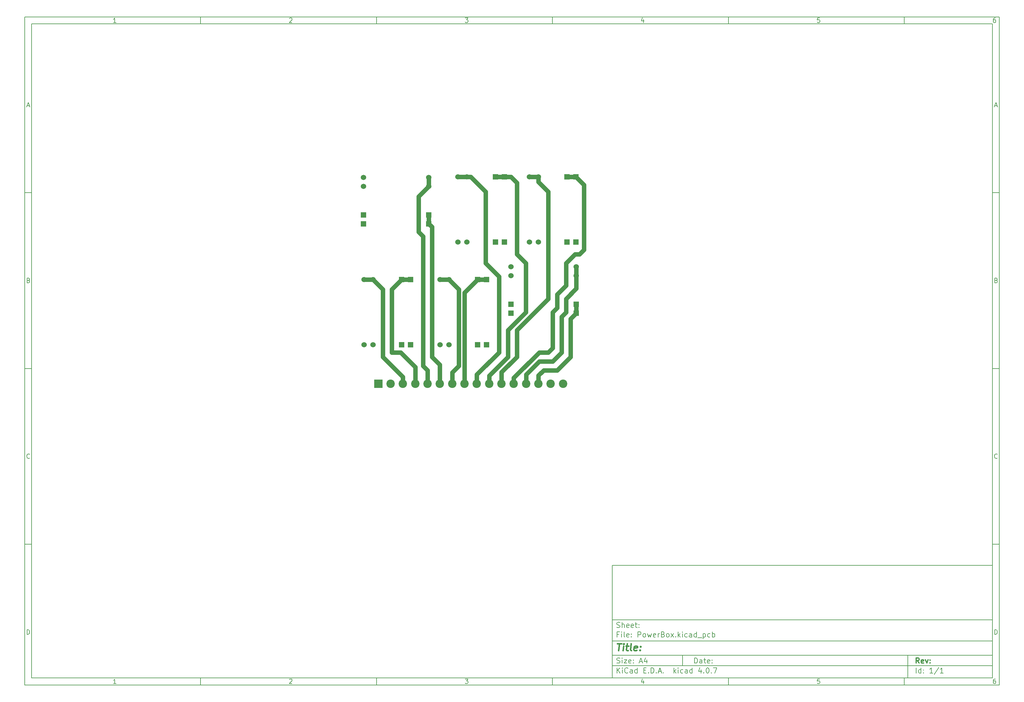
<source format=gbl>
G04 #@! TF.FileFunction,Copper,L2,Bot,Signal*
%FSLAX46Y46*%
G04 Gerber Fmt 4.6, Leading zero omitted, Abs format (unit mm)*
G04 Created by KiCad (PCBNEW 4.0.7) date 09/30/17 17:29:36*
%MOMM*%
%LPD*%
G01*
G04 APERTURE LIST*
%ADD10C,0.100000*%
%ADD11C,0.150000*%
%ADD12C,0.300000*%
%ADD13C,0.400000*%
%ADD14R,2.400000X2.400000*%
%ADD15C,2.400000*%
%ADD16C,1.524000*%
%ADD17R,1.524000X1.524000*%
%ADD18C,1.270000*%
G04 APERTURE END LIST*
D10*
D11*
X177002200Y-166007200D02*
X177002200Y-198007200D01*
X285002200Y-198007200D01*
X285002200Y-166007200D01*
X177002200Y-166007200D01*
D10*
D11*
X10000000Y-10000000D02*
X10000000Y-200007200D01*
X287002200Y-200007200D01*
X287002200Y-10000000D01*
X10000000Y-10000000D01*
D10*
D11*
X12000000Y-12000000D02*
X12000000Y-198007200D01*
X285002200Y-198007200D01*
X285002200Y-12000000D01*
X12000000Y-12000000D01*
D10*
D11*
X60000000Y-12000000D02*
X60000000Y-10000000D01*
D10*
D11*
X110000000Y-12000000D02*
X110000000Y-10000000D01*
D10*
D11*
X160000000Y-12000000D02*
X160000000Y-10000000D01*
D10*
D11*
X210000000Y-12000000D02*
X210000000Y-10000000D01*
D10*
D11*
X260000000Y-12000000D02*
X260000000Y-10000000D01*
D10*
D11*
X35990476Y-11588095D02*
X35247619Y-11588095D01*
X35619048Y-11588095D02*
X35619048Y-10288095D01*
X35495238Y-10473810D01*
X35371429Y-10597619D01*
X35247619Y-10659524D01*
D10*
D11*
X85247619Y-10411905D02*
X85309524Y-10350000D01*
X85433333Y-10288095D01*
X85742857Y-10288095D01*
X85866667Y-10350000D01*
X85928571Y-10411905D01*
X85990476Y-10535714D01*
X85990476Y-10659524D01*
X85928571Y-10845238D01*
X85185714Y-11588095D01*
X85990476Y-11588095D01*
D10*
D11*
X135185714Y-10288095D02*
X135990476Y-10288095D01*
X135557143Y-10783333D01*
X135742857Y-10783333D01*
X135866667Y-10845238D01*
X135928571Y-10907143D01*
X135990476Y-11030952D01*
X135990476Y-11340476D01*
X135928571Y-11464286D01*
X135866667Y-11526190D01*
X135742857Y-11588095D01*
X135371429Y-11588095D01*
X135247619Y-11526190D01*
X135185714Y-11464286D01*
D10*
D11*
X185866667Y-10721429D02*
X185866667Y-11588095D01*
X185557143Y-10226190D02*
X185247619Y-11154762D01*
X186052381Y-11154762D01*
D10*
D11*
X235928571Y-10288095D02*
X235309524Y-10288095D01*
X235247619Y-10907143D01*
X235309524Y-10845238D01*
X235433333Y-10783333D01*
X235742857Y-10783333D01*
X235866667Y-10845238D01*
X235928571Y-10907143D01*
X235990476Y-11030952D01*
X235990476Y-11340476D01*
X235928571Y-11464286D01*
X235866667Y-11526190D01*
X235742857Y-11588095D01*
X235433333Y-11588095D01*
X235309524Y-11526190D01*
X235247619Y-11464286D01*
D10*
D11*
X285866667Y-10288095D02*
X285619048Y-10288095D01*
X285495238Y-10350000D01*
X285433333Y-10411905D01*
X285309524Y-10597619D01*
X285247619Y-10845238D01*
X285247619Y-11340476D01*
X285309524Y-11464286D01*
X285371429Y-11526190D01*
X285495238Y-11588095D01*
X285742857Y-11588095D01*
X285866667Y-11526190D01*
X285928571Y-11464286D01*
X285990476Y-11340476D01*
X285990476Y-11030952D01*
X285928571Y-10907143D01*
X285866667Y-10845238D01*
X285742857Y-10783333D01*
X285495238Y-10783333D01*
X285371429Y-10845238D01*
X285309524Y-10907143D01*
X285247619Y-11030952D01*
D10*
D11*
X60000000Y-198007200D02*
X60000000Y-200007200D01*
D10*
D11*
X110000000Y-198007200D02*
X110000000Y-200007200D01*
D10*
D11*
X160000000Y-198007200D02*
X160000000Y-200007200D01*
D10*
D11*
X210000000Y-198007200D02*
X210000000Y-200007200D01*
D10*
D11*
X260000000Y-198007200D02*
X260000000Y-200007200D01*
D10*
D11*
X35990476Y-199595295D02*
X35247619Y-199595295D01*
X35619048Y-199595295D02*
X35619048Y-198295295D01*
X35495238Y-198481010D01*
X35371429Y-198604819D01*
X35247619Y-198666724D01*
D10*
D11*
X85247619Y-198419105D02*
X85309524Y-198357200D01*
X85433333Y-198295295D01*
X85742857Y-198295295D01*
X85866667Y-198357200D01*
X85928571Y-198419105D01*
X85990476Y-198542914D01*
X85990476Y-198666724D01*
X85928571Y-198852438D01*
X85185714Y-199595295D01*
X85990476Y-199595295D01*
D10*
D11*
X135185714Y-198295295D02*
X135990476Y-198295295D01*
X135557143Y-198790533D01*
X135742857Y-198790533D01*
X135866667Y-198852438D01*
X135928571Y-198914343D01*
X135990476Y-199038152D01*
X135990476Y-199347676D01*
X135928571Y-199471486D01*
X135866667Y-199533390D01*
X135742857Y-199595295D01*
X135371429Y-199595295D01*
X135247619Y-199533390D01*
X135185714Y-199471486D01*
D10*
D11*
X185866667Y-198728629D02*
X185866667Y-199595295D01*
X185557143Y-198233390D02*
X185247619Y-199161962D01*
X186052381Y-199161962D01*
D10*
D11*
X235928571Y-198295295D02*
X235309524Y-198295295D01*
X235247619Y-198914343D01*
X235309524Y-198852438D01*
X235433333Y-198790533D01*
X235742857Y-198790533D01*
X235866667Y-198852438D01*
X235928571Y-198914343D01*
X235990476Y-199038152D01*
X235990476Y-199347676D01*
X235928571Y-199471486D01*
X235866667Y-199533390D01*
X235742857Y-199595295D01*
X235433333Y-199595295D01*
X235309524Y-199533390D01*
X235247619Y-199471486D01*
D10*
D11*
X285866667Y-198295295D02*
X285619048Y-198295295D01*
X285495238Y-198357200D01*
X285433333Y-198419105D01*
X285309524Y-198604819D01*
X285247619Y-198852438D01*
X285247619Y-199347676D01*
X285309524Y-199471486D01*
X285371429Y-199533390D01*
X285495238Y-199595295D01*
X285742857Y-199595295D01*
X285866667Y-199533390D01*
X285928571Y-199471486D01*
X285990476Y-199347676D01*
X285990476Y-199038152D01*
X285928571Y-198914343D01*
X285866667Y-198852438D01*
X285742857Y-198790533D01*
X285495238Y-198790533D01*
X285371429Y-198852438D01*
X285309524Y-198914343D01*
X285247619Y-199038152D01*
D10*
D11*
X10000000Y-60000000D02*
X12000000Y-60000000D01*
D10*
D11*
X10000000Y-110000000D02*
X12000000Y-110000000D01*
D10*
D11*
X10000000Y-160000000D02*
X12000000Y-160000000D01*
D10*
D11*
X10690476Y-35216667D02*
X11309524Y-35216667D01*
X10566667Y-35588095D02*
X11000000Y-34288095D01*
X11433333Y-35588095D01*
D10*
D11*
X11092857Y-84907143D02*
X11278571Y-84969048D01*
X11340476Y-85030952D01*
X11402381Y-85154762D01*
X11402381Y-85340476D01*
X11340476Y-85464286D01*
X11278571Y-85526190D01*
X11154762Y-85588095D01*
X10659524Y-85588095D01*
X10659524Y-84288095D01*
X11092857Y-84288095D01*
X11216667Y-84350000D01*
X11278571Y-84411905D01*
X11340476Y-84535714D01*
X11340476Y-84659524D01*
X11278571Y-84783333D01*
X11216667Y-84845238D01*
X11092857Y-84907143D01*
X10659524Y-84907143D01*
D10*
D11*
X11402381Y-135464286D02*
X11340476Y-135526190D01*
X11154762Y-135588095D01*
X11030952Y-135588095D01*
X10845238Y-135526190D01*
X10721429Y-135402381D01*
X10659524Y-135278571D01*
X10597619Y-135030952D01*
X10597619Y-134845238D01*
X10659524Y-134597619D01*
X10721429Y-134473810D01*
X10845238Y-134350000D01*
X11030952Y-134288095D01*
X11154762Y-134288095D01*
X11340476Y-134350000D01*
X11402381Y-134411905D01*
D10*
D11*
X10659524Y-185588095D02*
X10659524Y-184288095D01*
X10969048Y-184288095D01*
X11154762Y-184350000D01*
X11278571Y-184473810D01*
X11340476Y-184597619D01*
X11402381Y-184845238D01*
X11402381Y-185030952D01*
X11340476Y-185278571D01*
X11278571Y-185402381D01*
X11154762Y-185526190D01*
X10969048Y-185588095D01*
X10659524Y-185588095D01*
D10*
D11*
X287002200Y-60000000D02*
X285002200Y-60000000D01*
D10*
D11*
X287002200Y-110000000D02*
X285002200Y-110000000D01*
D10*
D11*
X287002200Y-160000000D02*
X285002200Y-160000000D01*
D10*
D11*
X285692676Y-35216667D02*
X286311724Y-35216667D01*
X285568867Y-35588095D02*
X286002200Y-34288095D01*
X286435533Y-35588095D01*
D10*
D11*
X286095057Y-84907143D02*
X286280771Y-84969048D01*
X286342676Y-85030952D01*
X286404581Y-85154762D01*
X286404581Y-85340476D01*
X286342676Y-85464286D01*
X286280771Y-85526190D01*
X286156962Y-85588095D01*
X285661724Y-85588095D01*
X285661724Y-84288095D01*
X286095057Y-84288095D01*
X286218867Y-84350000D01*
X286280771Y-84411905D01*
X286342676Y-84535714D01*
X286342676Y-84659524D01*
X286280771Y-84783333D01*
X286218867Y-84845238D01*
X286095057Y-84907143D01*
X285661724Y-84907143D01*
D10*
D11*
X286404581Y-135464286D02*
X286342676Y-135526190D01*
X286156962Y-135588095D01*
X286033152Y-135588095D01*
X285847438Y-135526190D01*
X285723629Y-135402381D01*
X285661724Y-135278571D01*
X285599819Y-135030952D01*
X285599819Y-134845238D01*
X285661724Y-134597619D01*
X285723629Y-134473810D01*
X285847438Y-134350000D01*
X286033152Y-134288095D01*
X286156962Y-134288095D01*
X286342676Y-134350000D01*
X286404581Y-134411905D01*
D10*
D11*
X285661724Y-185588095D02*
X285661724Y-184288095D01*
X285971248Y-184288095D01*
X286156962Y-184350000D01*
X286280771Y-184473810D01*
X286342676Y-184597619D01*
X286404581Y-184845238D01*
X286404581Y-185030952D01*
X286342676Y-185278571D01*
X286280771Y-185402381D01*
X286156962Y-185526190D01*
X285971248Y-185588095D01*
X285661724Y-185588095D01*
D10*
D11*
X200359343Y-193785771D02*
X200359343Y-192285771D01*
X200716486Y-192285771D01*
X200930771Y-192357200D01*
X201073629Y-192500057D01*
X201145057Y-192642914D01*
X201216486Y-192928629D01*
X201216486Y-193142914D01*
X201145057Y-193428629D01*
X201073629Y-193571486D01*
X200930771Y-193714343D01*
X200716486Y-193785771D01*
X200359343Y-193785771D01*
X202502200Y-193785771D02*
X202502200Y-193000057D01*
X202430771Y-192857200D01*
X202287914Y-192785771D01*
X202002200Y-192785771D01*
X201859343Y-192857200D01*
X202502200Y-193714343D02*
X202359343Y-193785771D01*
X202002200Y-193785771D01*
X201859343Y-193714343D01*
X201787914Y-193571486D01*
X201787914Y-193428629D01*
X201859343Y-193285771D01*
X202002200Y-193214343D01*
X202359343Y-193214343D01*
X202502200Y-193142914D01*
X203002200Y-192785771D02*
X203573629Y-192785771D01*
X203216486Y-192285771D02*
X203216486Y-193571486D01*
X203287914Y-193714343D01*
X203430772Y-193785771D01*
X203573629Y-193785771D01*
X204645057Y-193714343D02*
X204502200Y-193785771D01*
X204216486Y-193785771D01*
X204073629Y-193714343D01*
X204002200Y-193571486D01*
X204002200Y-193000057D01*
X204073629Y-192857200D01*
X204216486Y-192785771D01*
X204502200Y-192785771D01*
X204645057Y-192857200D01*
X204716486Y-193000057D01*
X204716486Y-193142914D01*
X204002200Y-193285771D01*
X205359343Y-193642914D02*
X205430771Y-193714343D01*
X205359343Y-193785771D01*
X205287914Y-193714343D01*
X205359343Y-193642914D01*
X205359343Y-193785771D01*
X205359343Y-192857200D02*
X205430771Y-192928629D01*
X205359343Y-193000057D01*
X205287914Y-192928629D01*
X205359343Y-192857200D01*
X205359343Y-193000057D01*
D10*
D11*
X177002200Y-194507200D02*
X285002200Y-194507200D01*
D10*
D11*
X178359343Y-196585771D02*
X178359343Y-195085771D01*
X179216486Y-196585771D02*
X178573629Y-195728629D01*
X179216486Y-195085771D02*
X178359343Y-195942914D01*
X179859343Y-196585771D02*
X179859343Y-195585771D01*
X179859343Y-195085771D02*
X179787914Y-195157200D01*
X179859343Y-195228629D01*
X179930771Y-195157200D01*
X179859343Y-195085771D01*
X179859343Y-195228629D01*
X181430772Y-196442914D02*
X181359343Y-196514343D01*
X181145057Y-196585771D01*
X181002200Y-196585771D01*
X180787915Y-196514343D01*
X180645057Y-196371486D01*
X180573629Y-196228629D01*
X180502200Y-195942914D01*
X180502200Y-195728629D01*
X180573629Y-195442914D01*
X180645057Y-195300057D01*
X180787915Y-195157200D01*
X181002200Y-195085771D01*
X181145057Y-195085771D01*
X181359343Y-195157200D01*
X181430772Y-195228629D01*
X182716486Y-196585771D02*
X182716486Y-195800057D01*
X182645057Y-195657200D01*
X182502200Y-195585771D01*
X182216486Y-195585771D01*
X182073629Y-195657200D01*
X182716486Y-196514343D02*
X182573629Y-196585771D01*
X182216486Y-196585771D01*
X182073629Y-196514343D01*
X182002200Y-196371486D01*
X182002200Y-196228629D01*
X182073629Y-196085771D01*
X182216486Y-196014343D01*
X182573629Y-196014343D01*
X182716486Y-195942914D01*
X184073629Y-196585771D02*
X184073629Y-195085771D01*
X184073629Y-196514343D02*
X183930772Y-196585771D01*
X183645058Y-196585771D01*
X183502200Y-196514343D01*
X183430772Y-196442914D01*
X183359343Y-196300057D01*
X183359343Y-195871486D01*
X183430772Y-195728629D01*
X183502200Y-195657200D01*
X183645058Y-195585771D01*
X183930772Y-195585771D01*
X184073629Y-195657200D01*
X185930772Y-195800057D02*
X186430772Y-195800057D01*
X186645058Y-196585771D02*
X185930772Y-196585771D01*
X185930772Y-195085771D01*
X186645058Y-195085771D01*
X187287915Y-196442914D02*
X187359343Y-196514343D01*
X187287915Y-196585771D01*
X187216486Y-196514343D01*
X187287915Y-196442914D01*
X187287915Y-196585771D01*
X188002201Y-196585771D02*
X188002201Y-195085771D01*
X188359344Y-195085771D01*
X188573629Y-195157200D01*
X188716487Y-195300057D01*
X188787915Y-195442914D01*
X188859344Y-195728629D01*
X188859344Y-195942914D01*
X188787915Y-196228629D01*
X188716487Y-196371486D01*
X188573629Y-196514343D01*
X188359344Y-196585771D01*
X188002201Y-196585771D01*
X189502201Y-196442914D02*
X189573629Y-196514343D01*
X189502201Y-196585771D01*
X189430772Y-196514343D01*
X189502201Y-196442914D01*
X189502201Y-196585771D01*
X190145058Y-196157200D02*
X190859344Y-196157200D01*
X190002201Y-196585771D02*
X190502201Y-195085771D01*
X191002201Y-196585771D01*
X191502201Y-196442914D02*
X191573629Y-196514343D01*
X191502201Y-196585771D01*
X191430772Y-196514343D01*
X191502201Y-196442914D01*
X191502201Y-196585771D01*
X194502201Y-196585771D02*
X194502201Y-195085771D01*
X194645058Y-196014343D02*
X195073629Y-196585771D01*
X195073629Y-195585771D02*
X194502201Y-196157200D01*
X195716487Y-196585771D02*
X195716487Y-195585771D01*
X195716487Y-195085771D02*
X195645058Y-195157200D01*
X195716487Y-195228629D01*
X195787915Y-195157200D01*
X195716487Y-195085771D01*
X195716487Y-195228629D01*
X197073630Y-196514343D02*
X196930773Y-196585771D01*
X196645059Y-196585771D01*
X196502201Y-196514343D01*
X196430773Y-196442914D01*
X196359344Y-196300057D01*
X196359344Y-195871486D01*
X196430773Y-195728629D01*
X196502201Y-195657200D01*
X196645059Y-195585771D01*
X196930773Y-195585771D01*
X197073630Y-195657200D01*
X198359344Y-196585771D02*
X198359344Y-195800057D01*
X198287915Y-195657200D01*
X198145058Y-195585771D01*
X197859344Y-195585771D01*
X197716487Y-195657200D01*
X198359344Y-196514343D02*
X198216487Y-196585771D01*
X197859344Y-196585771D01*
X197716487Y-196514343D01*
X197645058Y-196371486D01*
X197645058Y-196228629D01*
X197716487Y-196085771D01*
X197859344Y-196014343D01*
X198216487Y-196014343D01*
X198359344Y-195942914D01*
X199716487Y-196585771D02*
X199716487Y-195085771D01*
X199716487Y-196514343D02*
X199573630Y-196585771D01*
X199287916Y-196585771D01*
X199145058Y-196514343D01*
X199073630Y-196442914D01*
X199002201Y-196300057D01*
X199002201Y-195871486D01*
X199073630Y-195728629D01*
X199145058Y-195657200D01*
X199287916Y-195585771D01*
X199573630Y-195585771D01*
X199716487Y-195657200D01*
X202216487Y-195585771D02*
X202216487Y-196585771D01*
X201859344Y-195014343D02*
X201502201Y-196085771D01*
X202430773Y-196085771D01*
X203002201Y-196442914D02*
X203073629Y-196514343D01*
X203002201Y-196585771D01*
X202930772Y-196514343D01*
X203002201Y-196442914D01*
X203002201Y-196585771D01*
X204002201Y-195085771D02*
X204145058Y-195085771D01*
X204287915Y-195157200D01*
X204359344Y-195228629D01*
X204430773Y-195371486D01*
X204502201Y-195657200D01*
X204502201Y-196014343D01*
X204430773Y-196300057D01*
X204359344Y-196442914D01*
X204287915Y-196514343D01*
X204145058Y-196585771D01*
X204002201Y-196585771D01*
X203859344Y-196514343D01*
X203787915Y-196442914D01*
X203716487Y-196300057D01*
X203645058Y-196014343D01*
X203645058Y-195657200D01*
X203716487Y-195371486D01*
X203787915Y-195228629D01*
X203859344Y-195157200D01*
X204002201Y-195085771D01*
X205145058Y-196442914D02*
X205216486Y-196514343D01*
X205145058Y-196585771D01*
X205073629Y-196514343D01*
X205145058Y-196442914D01*
X205145058Y-196585771D01*
X205716487Y-195085771D02*
X206716487Y-195085771D01*
X206073630Y-196585771D01*
D10*
D11*
X177002200Y-191507200D02*
X285002200Y-191507200D01*
D10*
D12*
X264216486Y-193785771D02*
X263716486Y-193071486D01*
X263359343Y-193785771D02*
X263359343Y-192285771D01*
X263930771Y-192285771D01*
X264073629Y-192357200D01*
X264145057Y-192428629D01*
X264216486Y-192571486D01*
X264216486Y-192785771D01*
X264145057Y-192928629D01*
X264073629Y-193000057D01*
X263930771Y-193071486D01*
X263359343Y-193071486D01*
X265430771Y-193714343D02*
X265287914Y-193785771D01*
X265002200Y-193785771D01*
X264859343Y-193714343D01*
X264787914Y-193571486D01*
X264787914Y-193000057D01*
X264859343Y-192857200D01*
X265002200Y-192785771D01*
X265287914Y-192785771D01*
X265430771Y-192857200D01*
X265502200Y-193000057D01*
X265502200Y-193142914D01*
X264787914Y-193285771D01*
X266002200Y-192785771D02*
X266359343Y-193785771D01*
X266716485Y-192785771D01*
X267287914Y-193642914D02*
X267359342Y-193714343D01*
X267287914Y-193785771D01*
X267216485Y-193714343D01*
X267287914Y-193642914D01*
X267287914Y-193785771D01*
X267287914Y-192857200D02*
X267359342Y-192928629D01*
X267287914Y-193000057D01*
X267216485Y-192928629D01*
X267287914Y-192857200D01*
X267287914Y-193000057D01*
D10*
D11*
X178287914Y-193714343D02*
X178502200Y-193785771D01*
X178859343Y-193785771D01*
X179002200Y-193714343D01*
X179073629Y-193642914D01*
X179145057Y-193500057D01*
X179145057Y-193357200D01*
X179073629Y-193214343D01*
X179002200Y-193142914D01*
X178859343Y-193071486D01*
X178573629Y-193000057D01*
X178430771Y-192928629D01*
X178359343Y-192857200D01*
X178287914Y-192714343D01*
X178287914Y-192571486D01*
X178359343Y-192428629D01*
X178430771Y-192357200D01*
X178573629Y-192285771D01*
X178930771Y-192285771D01*
X179145057Y-192357200D01*
X179787914Y-193785771D02*
X179787914Y-192785771D01*
X179787914Y-192285771D02*
X179716485Y-192357200D01*
X179787914Y-192428629D01*
X179859342Y-192357200D01*
X179787914Y-192285771D01*
X179787914Y-192428629D01*
X180359343Y-192785771D02*
X181145057Y-192785771D01*
X180359343Y-193785771D01*
X181145057Y-193785771D01*
X182287914Y-193714343D02*
X182145057Y-193785771D01*
X181859343Y-193785771D01*
X181716486Y-193714343D01*
X181645057Y-193571486D01*
X181645057Y-193000057D01*
X181716486Y-192857200D01*
X181859343Y-192785771D01*
X182145057Y-192785771D01*
X182287914Y-192857200D01*
X182359343Y-193000057D01*
X182359343Y-193142914D01*
X181645057Y-193285771D01*
X183002200Y-193642914D02*
X183073628Y-193714343D01*
X183002200Y-193785771D01*
X182930771Y-193714343D01*
X183002200Y-193642914D01*
X183002200Y-193785771D01*
X183002200Y-192857200D02*
X183073628Y-192928629D01*
X183002200Y-193000057D01*
X182930771Y-192928629D01*
X183002200Y-192857200D01*
X183002200Y-193000057D01*
X184787914Y-193357200D02*
X185502200Y-193357200D01*
X184645057Y-193785771D02*
X185145057Y-192285771D01*
X185645057Y-193785771D01*
X186787914Y-192785771D02*
X186787914Y-193785771D01*
X186430771Y-192214343D02*
X186073628Y-193285771D01*
X187002200Y-193285771D01*
D10*
D11*
X263359343Y-196585771D02*
X263359343Y-195085771D01*
X264716486Y-196585771D02*
X264716486Y-195085771D01*
X264716486Y-196514343D02*
X264573629Y-196585771D01*
X264287915Y-196585771D01*
X264145057Y-196514343D01*
X264073629Y-196442914D01*
X264002200Y-196300057D01*
X264002200Y-195871486D01*
X264073629Y-195728629D01*
X264145057Y-195657200D01*
X264287915Y-195585771D01*
X264573629Y-195585771D01*
X264716486Y-195657200D01*
X265430772Y-196442914D02*
X265502200Y-196514343D01*
X265430772Y-196585771D01*
X265359343Y-196514343D01*
X265430772Y-196442914D01*
X265430772Y-196585771D01*
X265430772Y-195657200D02*
X265502200Y-195728629D01*
X265430772Y-195800057D01*
X265359343Y-195728629D01*
X265430772Y-195657200D01*
X265430772Y-195800057D01*
X268073629Y-196585771D02*
X267216486Y-196585771D01*
X267645058Y-196585771D02*
X267645058Y-195085771D01*
X267502201Y-195300057D01*
X267359343Y-195442914D01*
X267216486Y-195514343D01*
X269787914Y-195014343D02*
X268502200Y-196942914D01*
X271073629Y-196585771D02*
X270216486Y-196585771D01*
X270645058Y-196585771D02*
X270645058Y-195085771D01*
X270502201Y-195300057D01*
X270359343Y-195442914D01*
X270216486Y-195514343D01*
D10*
D11*
X177002200Y-187507200D02*
X285002200Y-187507200D01*
D10*
D13*
X178454581Y-188211962D02*
X179597438Y-188211962D01*
X178776010Y-190211962D02*
X179026010Y-188211962D01*
X180014105Y-190211962D02*
X180180771Y-188878629D01*
X180264105Y-188211962D02*
X180156962Y-188307200D01*
X180240295Y-188402438D01*
X180347439Y-188307200D01*
X180264105Y-188211962D01*
X180240295Y-188402438D01*
X180847438Y-188878629D02*
X181609343Y-188878629D01*
X181216486Y-188211962D02*
X181002200Y-189926248D01*
X181073630Y-190116724D01*
X181252201Y-190211962D01*
X181442677Y-190211962D01*
X182395058Y-190211962D02*
X182216487Y-190116724D01*
X182145057Y-189926248D01*
X182359343Y-188211962D01*
X183930772Y-190116724D02*
X183728391Y-190211962D01*
X183347439Y-190211962D01*
X183168867Y-190116724D01*
X183097438Y-189926248D01*
X183192676Y-189164343D01*
X183311724Y-188973867D01*
X183514105Y-188878629D01*
X183895057Y-188878629D01*
X184073629Y-188973867D01*
X184145057Y-189164343D01*
X184121248Y-189354819D01*
X183145057Y-189545295D01*
X184895057Y-190021486D02*
X184978392Y-190116724D01*
X184871248Y-190211962D01*
X184787915Y-190116724D01*
X184895057Y-190021486D01*
X184871248Y-190211962D01*
X185026010Y-188973867D02*
X185109344Y-189069105D01*
X185002200Y-189164343D01*
X184918867Y-189069105D01*
X185026010Y-188973867D01*
X185002200Y-189164343D01*
D10*
D11*
X178859343Y-185600057D02*
X178359343Y-185600057D01*
X178359343Y-186385771D02*
X178359343Y-184885771D01*
X179073629Y-184885771D01*
X179645057Y-186385771D02*
X179645057Y-185385771D01*
X179645057Y-184885771D02*
X179573628Y-184957200D01*
X179645057Y-185028629D01*
X179716485Y-184957200D01*
X179645057Y-184885771D01*
X179645057Y-185028629D01*
X180573629Y-186385771D02*
X180430771Y-186314343D01*
X180359343Y-186171486D01*
X180359343Y-184885771D01*
X181716485Y-186314343D02*
X181573628Y-186385771D01*
X181287914Y-186385771D01*
X181145057Y-186314343D01*
X181073628Y-186171486D01*
X181073628Y-185600057D01*
X181145057Y-185457200D01*
X181287914Y-185385771D01*
X181573628Y-185385771D01*
X181716485Y-185457200D01*
X181787914Y-185600057D01*
X181787914Y-185742914D01*
X181073628Y-185885771D01*
X182430771Y-186242914D02*
X182502199Y-186314343D01*
X182430771Y-186385771D01*
X182359342Y-186314343D01*
X182430771Y-186242914D01*
X182430771Y-186385771D01*
X182430771Y-185457200D02*
X182502199Y-185528629D01*
X182430771Y-185600057D01*
X182359342Y-185528629D01*
X182430771Y-185457200D01*
X182430771Y-185600057D01*
X184287914Y-186385771D02*
X184287914Y-184885771D01*
X184859342Y-184885771D01*
X185002200Y-184957200D01*
X185073628Y-185028629D01*
X185145057Y-185171486D01*
X185145057Y-185385771D01*
X185073628Y-185528629D01*
X185002200Y-185600057D01*
X184859342Y-185671486D01*
X184287914Y-185671486D01*
X186002200Y-186385771D02*
X185859342Y-186314343D01*
X185787914Y-186242914D01*
X185716485Y-186100057D01*
X185716485Y-185671486D01*
X185787914Y-185528629D01*
X185859342Y-185457200D01*
X186002200Y-185385771D01*
X186216485Y-185385771D01*
X186359342Y-185457200D01*
X186430771Y-185528629D01*
X186502200Y-185671486D01*
X186502200Y-186100057D01*
X186430771Y-186242914D01*
X186359342Y-186314343D01*
X186216485Y-186385771D01*
X186002200Y-186385771D01*
X187002200Y-185385771D02*
X187287914Y-186385771D01*
X187573628Y-185671486D01*
X187859343Y-186385771D01*
X188145057Y-185385771D01*
X189287914Y-186314343D02*
X189145057Y-186385771D01*
X188859343Y-186385771D01*
X188716486Y-186314343D01*
X188645057Y-186171486D01*
X188645057Y-185600057D01*
X188716486Y-185457200D01*
X188859343Y-185385771D01*
X189145057Y-185385771D01*
X189287914Y-185457200D01*
X189359343Y-185600057D01*
X189359343Y-185742914D01*
X188645057Y-185885771D01*
X190002200Y-186385771D02*
X190002200Y-185385771D01*
X190002200Y-185671486D02*
X190073628Y-185528629D01*
X190145057Y-185457200D01*
X190287914Y-185385771D01*
X190430771Y-185385771D01*
X191430771Y-185600057D02*
X191645057Y-185671486D01*
X191716485Y-185742914D01*
X191787914Y-185885771D01*
X191787914Y-186100057D01*
X191716485Y-186242914D01*
X191645057Y-186314343D01*
X191502199Y-186385771D01*
X190930771Y-186385771D01*
X190930771Y-184885771D01*
X191430771Y-184885771D01*
X191573628Y-184957200D01*
X191645057Y-185028629D01*
X191716485Y-185171486D01*
X191716485Y-185314343D01*
X191645057Y-185457200D01*
X191573628Y-185528629D01*
X191430771Y-185600057D01*
X190930771Y-185600057D01*
X192645057Y-186385771D02*
X192502199Y-186314343D01*
X192430771Y-186242914D01*
X192359342Y-186100057D01*
X192359342Y-185671486D01*
X192430771Y-185528629D01*
X192502199Y-185457200D01*
X192645057Y-185385771D01*
X192859342Y-185385771D01*
X193002199Y-185457200D01*
X193073628Y-185528629D01*
X193145057Y-185671486D01*
X193145057Y-186100057D01*
X193073628Y-186242914D01*
X193002199Y-186314343D01*
X192859342Y-186385771D01*
X192645057Y-186385771D01*
X193645057Y-186385771D02*
X194430771Y-185385771D01*
X193645057Y-185385771D02*
X194430771Y-186385771D01*
X195002200Y-186242914D02*
X195073628Y-186314343D01*
X195002200Y-186385771D01*
X194930771Y-186314343D01*
X195002200Y-186242914D01*
X195002200Y-186385771D01*
X195716486Y-186385771D02*
X195716486Y-184885771D01*
X195859343Y-185814343D02*
X196287914Y-186385771D01*
X196287914Y-185385771D02*
X195716486Y-185957200D01*
X196930772Y-186385771D02*
X196930772Y-185385771D01*
X196930772Y-184885771D02*
X196859343Y-184957200D01*
X196930772Y-185028629D01*
X197002200Y-184957200D01*
X196930772Y-184885771D01*
X196930772Y-185028629D01*
X198287915Y-186314343D02*
X198145058Y-186385771D01*
X197859344Y-186385771D01*
X197716486Y-186314343D01*
X197645058Y-186242914D01*
X197573629Y-186100057D01*
X197573629Y-185671486D01*
X197645058Y-185528629D01*
X197716486Y-185457200D01*
X197859344Y-185385771D01*
X198145058Y-185385771D01*
X198287915Y-185457200D01*
X199573629Y-186385771D02*
X199573629Y-185600057D01*
X199502200Y-185457200D01*
X199359343Y-185385771D01*
X199073629Y-185385771D01*
X198930772Y-185457200D01*
X199573629Y-186314343D02*
X199430772Y-186385771D01*
X199073629Y-186385771D01*
X198930772Y-186314343D01*
X198859343Y-186171486D01*
X198859343Y-186028629D01*
X198930772Y-185885771D01*
X199073629Y-185814343D01*
X199430772Y-185814343D01*
X199573629Y-185742914D01*
X200930772Y-186385771D02*
X200930772Y-184885771D01*
X200930772Y-186314343D02*
X200787915Y-186385771D01*
X200502201Y-186385771D01*
X200359343Y-186314343D01*
X200287915Y-186242914D01*
X200216486Y-186100057D01*
X200216486Y-185671486D01*
X200287915Y-185528629D01*
X200359343Y-185457200D01*
X200502201Y-185385771D01*
X200787915Y-185385771D01*
X200930772Y-185457200D01*
X201287915Y-186528629D02*
X202430772Y-186528629D01*
X202787915Y-185385771D02*
X202787915Y-186885771D01*
X202787915Y-185457200D02*
X202930772Y-185385771D01*
X203216486Y-185385771D01*
X203359343Y-185457200D01*
X203430772Y-185528629D01*
X203502201Y-185671486D01*
X203502201Y-186100057D01*
X203430772Y-186242914D01*
X203359343Y-186314343D01*
X203216486Y-186385771D01*
X202930772Y-186385771D01*
X202787915Y-186314343D01*
X204787915Y-186314343D02*
X204645058Y-186385771D01*
X204359344Y-186385771D01*
X204216486Y-186314343D01*
X204145058Y-186242914D01*
X204073629Y-186100057D01*
X204073629Y-185671486D01*
X204145058Y-185528629D01*
X204216486Y-185457200D01*
X204359344Y-185385771D01*
X204645058Y-185385771D01*
X204787915Y-185457200D01*
X205430772Y-186385771D02*
X205430772Y-184885771D01*
X205430772Y-185457200D02*
X205573629Y-185385771D01*
X205859343Y-185385771D01*
X206002200Y-185457200D01*
X206073629Y-185528629D01*
X206145058Y-185671486D01*
X206145058Y-186100057D01*
X206073629Y-186242914D01*
X206002200Y-186314343D01*
X205859343Y-186385771D01*
X205573629Y-186385771D01*
X205430772Y-186314343D01*
D10*
D11*
X177002200Y-181507200D02*
X285002200Y-181507200D01*
D10*
D11*
X178287914Y-183614343D02*
X178502200Y-183685771D01*
X178859343Y-183685771D01*
X179002200Y-183614343D01*
X179073629Y-183542914D01*
X179145057Y-183400057D01*
X179145057Y-183257200D01*
X179073629Y-183114343D01*
X179002200Y-183042914D01*
X178859343Y-182971486D01*
X178573629Y-182900057D01*
X178430771Y-182828629D01*
X178359343Y-182757200D01*
X178287914Y-182614343D01*
X178287914Y-182471486D01*
X178359343Y-182328629D01*
X178430771Y-182257200D01*
X178573629Y-182185771D01*
X178930771Y-182185771D01*
X179145057Y-182257200D01*
X179787914Y-183685771D02*
X179787914Y-182185771D01*
X180430771Y-183685771D02*
X180430771Y-182900057D01*
X180359342Y-182757200D01*
X180216485Y-182685771D01*
X180002200Y-182685771D01*
X179859342Y-182757200D01*
X179787914Y-182828629D01*
X181716485Y-183614343D02*
X181573628Y-183685771D01*
X181287914Y-183685771D01*
X181145057Y-183614343D01*
X181073628Y-183471486D01*
X181073628Y-182900057D01*
X181145057Y-182757200D01*
X181287914Y-182685771D01*
X181573628Y-182685771D01*
X181716485Y-182757200D01*
X181787914Y-182900057D01*
X181787914Y-183042914D01*
X181073628Y-183185771D01*
X183002199Y-183614343D02*
X182859342Y-183685771D01*
X182573628Y-183685771D01*
X182430771Y-183614343D01*
X182359342Y-183471486D01*
X182359342Y-182900057D01*
X182430771Y-182757200D01*
X182573628Y-182685771D01*
X182859342Y-182685771D01*
X183002199Y-182757200D01*
X183073628Y-182900057D01*
X183073628Y-183042914D01*
X182359342Y-183185771D01*
X183502199Y-182685771D02*
X184073628Y-182685771D01*
X183716485Y-182185771D02*
X183716485Y-183471486D01*
X183787913Y-183614343D01*
X183930771Y-183685771D01*
X184073628Y-183685771D01*
X184573628Y-183542914D02*
X184645056Y-183614343D01*
X184573628Y-183685771D01*
X184502199Y-183614343D01*
X184573628Y-183542914D01*
X184573628Y-183685771D01*
X184573628Y-182757200D02*
X184645056Y-182828629D01*
X184573628Y-182900057D01*
X184502199Y-182828629D01*
X184573628Y-182757200D01*
X184573628Y-182900057D01*
D10*
D11*
X197002200Y-191507200D02*
X197002200Y-194507200D01*
D10*
D11*
X261002200Y-191507200D02*
X261002200Y-198007200D01*
D14*
X110490000Y-114300000D03*
D15*
X113990000Y-114300000D03*
X117490000Y-114300000D03*
X120990000Y-114300000D03*
X124490000Y-114300000D03*
X127990000Y-114300000D03*
X131490000Y-114300000D03*
X134990000Y-114300000D03*
X138490000Y-114300000D03*
X141990000Y-114300000D03*
X145490000Y-114300000D03*
X148990000Y-114300000D03*
X152490000Y-114300000D03*
X155990000Y-114300000D03*
X159490000Y-114300000D03*
X162990000Y-114300000D03*
D16*
X106426000Y-84709000D03*
X108966000Y-84709000D03*
D17*
X119634000Y-84709000D03*
X117094000Y-84709000D03*
X119634000Y-103251000D03*
X117094000Y-103251000D03*
D16*
X108966000Y-103251000D03*
X106426000Y-103251000D03*
X124841000Y-55626000D03*
X124841000Y-58166000D03*
D17*
X124841000Y-68834000D03*
X124841000Y-66294000D03*
X106299000Y-68834000D03*
X106299000Y-66294000D03*
D16*
X106299000Y-58166000D03*
X106299000Y-55626000D03*
X128016000Y-84709000D03*
X130556000Y-84709000D03*
D17*
X141224000Y-84709000D03*
X138684000Y-84709000D03*
X141224000Y-103251000D03*
X138684000Y-103251000D03*
D16*
X130556000Y-103251000D03*
X128016000Y-103251000D03*
X133096000Y-55499000D03*
X135636000Y-55499000D03*
D17*
X146304000Y-55499000D03*
X143764000Y-55499000D03*
X146304000Y-74041000D03*
X143764000Y-74041000D03*
D16*
X135636000Y-74041000D03*
X133096000Y-74041000D03*
X153416000Y-55499000D03*
X155956000Y-55499000D03*
D17*
X166624000Y-55499000D03*
X164084000Y-55499000D03*
X166624000Y-74041000D03*
X164084000Y-74041000D03*
D16*
X155956000Y-74041000D03*
X153416000Y-74041000D03*
X166751000Y-81026000D03*
X166751000Y-83566000D03*
D17*
X166751000Y-94234000D03*
X166751000Y-91694000D03*
X148209000Y-94234000D03*
X148209000Y-91694000D03*
D16*
X148209000Y-83566000D03*
X148209000Y-81026000D03*
D18*
X106426000Y-84709000D02*
X108966000Y-84709000D01*
X108966000Y-84709000D02*
X111760000Y-87503000D01*
X111760000Y-87503000D02*
X111760000Y-106680000D01*
X111760000Y-106680000D02*
X117490000Y-112410000D01*
X117490000Y-112410000D02*
X117490000Y-114300000D01*
X114300000Y-105410000D02*
X116840000Y-105410000D01*
X114300000Y-87503000D02*
X114300000Y-105410000D01*
X117094000Y-84709000D02*
X114300000Y-87503000D01*
X120990000Y-109560000D02*
X120990000Y-114300000D01*
X116840000Y-105410000D02*
X120990000Y-109560000D01*
X119634000Y-84709000D02*
X117094000Y-84709000D01*
X120650000Y-113960000D02*
X120990000Y-114300000D01*
X124841000Y-55626000D02*
X124841000Y-58166000D01*
X124841000Y-58166000D02*
X121920000Y-61087000D01*
X121920000Y-61087000D02*
X121920000Y-71120000D01*
X121920000Y-71120000D02*
X123190000Y-72390000D01*
X123190000Y-72390000D02*
X123190000Y-109220000D01*
X123190000Y-109220000D02*
X124490000Y-110520000D01*
X124490000Y-110520000D02*
X124490000Y-114300000D01*
X127990000Y-114300000D02*
X127990000Y-108940000D01*
X125730000Y-69723000D02*
X124841000Y-68834000D01*
X125730000Y-106680000D02*
X125730000Y-69723000D01*
X127990000Y-108940000D02*
X125730000Y-106680000D01*
X124841000Y-68834000D02*
X124841000Y-66294000D01*
X128016000Y-84709000D02*
X130556000Y-84709000D01*
X130556000Y-84709000D02*
X133350000Y-87503000D01*
X133350000Y-87503000D02*
X133350000Y-109220000D01*
X133350000Y-109220000D02*
X131490000Y-111080000D01*
X131490000Y-111080000D02*
X131490000Y-114300000D01*
X141224000Y-84709000D02*
X138684000Y-84709000D01*
X138684000Y-84709000D02*
X134990000Y-88403000D01*
X134990000Y-88403000D02*
X134990000Y-114300000D01*
X135636000Y-55499000D02*
X136779000Y-55499000D01*
X138490000Y-111700000D02*
X138490000Y-114300000D01*
X144780000Y-105410000D02*
X138490000Y-111700000D01*
X144780000Y-83820000D02*
X144780000Y-105410000D01*
X140970000Y-80010000D02*
X144780000Y-83820000D01*
X140970000Y-59690000D02*
X140970000Y-80010000D01*
X136779000Y-55499000D02*
X140970000Y-59690000D01*
X133096000Y-55499000D02*
X135636000Y-55499000D01*
X146304000Y-55499000D02*
X148209000Y-55499000D01*
X141990000Y-112010000D02*
X141990000Y-114300000D01*
X147320000Y-106680000D02*
X141990000Y-112010000D01*
X147320000Y-99060000D02*
X147320000Y-106680000D01*
X152400000Y-93980000D02*
X147320000Y-99060000D01*
X152400000Y-80010000D02*
X152400000Y-93980000D01*
X149860000Y-77470000D02*
X152400000Y-80010000D01*
X149860000Y-57150000D02*
X149860000Y-77470000D01*
X148209000Y-55499000D02*
X149860000Y-57150000D01*
X143764000Y-55499000D02*
X146304000Y-55499000D01*
X145490000Y-114300000D02*
X145490000Y-111050000D01*
X155956000Y-56896000D02*
X155956000Y-55499000D01*
X158750000Y-59690000D02*
X155956000Y-56896000D01*
X158750000Y-90170000D02*
X158750000Y-59690000D01*
X149860000Y-99060000D02*
X158750000Y-90170000D01*
X149860000Y-106680000D02*
X149860000Y-99060000D01*
X145490000Y-111050000D02*
X149860000Y-106680000D01*
X155956000Y-55499000D02*
X155956000Y-55626000D01*
X153416000Y-55499000D02*
X155956000Y-55499000D01*
X148990000Y-114300000D02*
X148990000Y-112630000D01*
X168910000Y-57785000D02*
X166624000Y-55499000D01*
X168910000Y-76200000D02*
X168910000Y-57785000D01*
X167640000Y-77470000D02*
X168910000Y-76200000D01*
X166370000Y-77470000D02*
X167640000Y-77470000D01*
X163830000Y-80010000D02*
X166370000Y-77470000D01*
X163830000Y-86360000D02*
X163830000Y-80010000D01*
X161290000Y-88900000D02*
X163830000Y-86360000D01*
X161290000Y-92710000D02*
X161290000Y-88900000D01*
X160020000Y-93980000D02*
X161290000Y-92710000D01*
X160020000Y-104140000D02*
X160020000Y-93980000D01*
X158750000Y-105410000D02*
X160020000Y-104140000D01*
X156210000Y-105410000D02*
X158750000Y-105410000D01*
X148990000Y-112630000D02*
X156210000Y-105410000D01*
X164084000Y-55499000D02*
X166624000Y-55499000D01*
X166751000Y-83566000D02*
X166751000Y-87249000D01*
X152490000Y-111670000D02*
X152490000Y-114300000D01*
X156210000Y-107950000D02*
X152490000Y-111670000D01*
X160020000Y-107950000D02*
X156210000Y-107950000D01*
X162560000Y-105410000D02*
X160020000Y-107950000D01*
X162560000Y-95250000D02*
X162560000Y-105410000D01*
X163830000Y-93980000D02*
X162560000Y-95250000D01*
X163830000Y-90170000D02*
X163830000Y-93980000D01*
X166751000Y-87249000D02*
X163830000Y-90170000D01*
X166751000Y-81026000D02*
X166751000Y-83566000D01*
X166751000Y-91694000D02*
X166751000Y-94234000D01*
X166751000Y-94234000D02*
X165100000Y-95885000D01*
X165100000Y-95885000D02*
X165100000Y-106680000D01*
X165100000Y-106680000D02*
X161290000Y-110490000D01*
X161290000Y-110490000D02*
X157480000Y-110490000D01*
X157480000Y-110490000D02*
X155990000Y-111980000D01*
X155990000Y-111980000D02*
X155990000Y-114300000D01*
M02*

</source>
